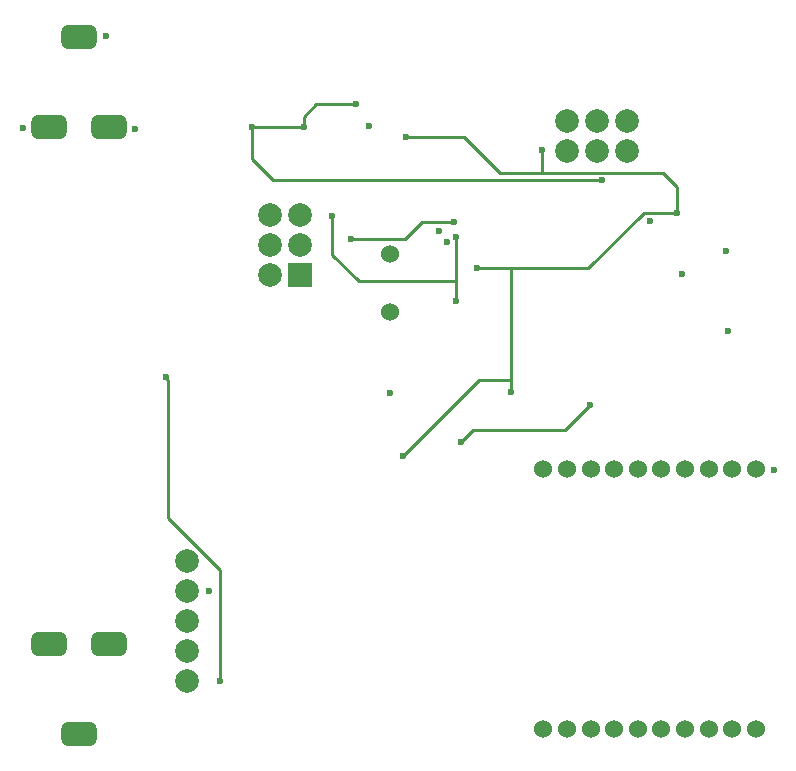
<source format=gbl>
G04*
G04 #@! TF.GenerationSoftware,Altium Limited,Altium Designer,19.1.5 (86)*
G04*
G04 Layer_Physical_Order=2*
G04 Layer_Color=16711680*
%FSLAX25Y25*%
%MOIN*%
G70*
G01*
G75*
%ADD10C,0.00984*%
%ADD53C,0.07874*%
%ADD54C,0.06000*%
%ADD55R,0.07874X0.07874*%
G04:AMPARAMS|DCode=56|XSize=78.74mil|YSize=118.11mil|CornerRadius=19.68mil|HoleSize=0mil|Usage=FLASHONLY|Rotation=270.000|XOffset=0mil|YOffset=0mil|HoleType=Round|Shape=RoundedRectangle|*
%AMROUNDEDRECTD56*
21,1,0.07874,0.07874,0,0,270.0*
21,1,0.03937,0.11811,0,0,270.0*
1,1,0.03937,-0.03937,-0.01968*
1,1,0.03937,-0.03937,0.01968*
1,1,0.03937,0.03937,0.01968*
1,1,0.03937,0.03937,-0.01968*
%
%ADD56ROUNDEDRECTD56*%
%ADD57C,0.02362*%
D10*
X418500Y385000D02*
Y393705D01*
X413779Y398425D02*
X418500Y393705D01*
X373425Y398425D02*
X413779D01*
X276772Y413772D02*
X294087D01*
X294094Y413779D01*
X298228Y421260D02*
X311614D01*
X294094Y417126D02*
X298228Y421260D01*
X294094Y413779D02*
Y417126D01*
X276772Y402953D02*
X283858Y395866D01*
X276772Y402953D02*
Y413772D01*
X328346Y410433D02*
X347529D01*
X328346D02*
X328543Y410630D01*
X328150Y410236D02*
X328346Y410433D01*
X283858Y395866D02*
X393701D01*
X248819Y283465D02*
Y329253D01*
X248228Y329844D02*
X248819Y329253D01*
X248228Y329844D02*
Y330217D01*
X248819Y283465D02*
X266339Y265945D01*
Y229134D02*
Y265945D01*
X350500Y312500D02*
X381161D01*
X389697Y321035D01*
X345000Y362205D02*
Y377000D01*
Y355500D02*
Y362205D01*
X303543Y371063D02*
Y384055D01*
Y371063D02*
X312402Y362205D01*
X345000D01*
X310039Y376181D02*
X327953D01*
X333661Y381890D01*
X344094D01*
X363189Y329331D02*
Y366500D01*
Y325197D02*
Y329331D01*
X327165Y303937D02*
X352559Y329331D01*
X363189D01*
Y366500D02*
X389000D01*
X352000D02*
X363189D01*
X359537Y398425D02*
X373425D01*
Y406102D01*
X347529Y410433D02*
X359537Y398425D01*
X346500Y308500D02*
X350500Y312500D01*
X389000Y366500D02*
X407500Y385000D01*
X418500D01*
D53*
X255118Y269055D02*
D03*
Y229055D02*
D03*
Y239055D02*
D03*
Y259055D02*
D03*
Y249055D02*
D03*
X392000Y405500D02*
D03*
X402000D02*
D03*
X382000D02*
D03*
Y415500D02*
D03*
X392000D02*
D03*
X402000D02*
D03*
X282874Y374410D02*
D03*
X292874D02*
D03*
X282874Y364409D02*
D03*
X292874Y384409D02*
D03*
X282874D02*
D03*
D54*
X437008Y213006D02*
D03*
X429134D02*
D03*
X444882D02*
D03*
X413386D02*
D03*
X421260D02*
D03*
X437008Y299606D02*
D03*
X429134D02*
D03*
X444882D02*
D03*
X413386D02*
D03*
X421260D02*
D03*
X397638Y213006D02*
D03*
X389764D02*
D03*
X405512D02*
D03*
X374016D02*
D03*
X381890D02*
D03*
X397638Y299606D02*
D03*
X389764D02*
D03*
X405512D02*
D03*
X374016D02*
D03*
X381890D02*
D03*
X323000Y352000D02*
D03*
Y371213D02*
D03*
D55*
X292874Y364409D02*
D03*
D56*
X219252Y443622D02*
D03*
X209252Y413622D02*
D03*
X229252D02*
D03*
Y241339D02*
D03*
X209252D02*
D03*
X219252Y211339D02*
D03*
D57*
X323031Y325000D02*
D03*
X450787Y299213D02*
D03*
X435433Y345669D02*
D03*
X434842Y372244D02*
D03*
X315748Y413976D02*
D03*
X200394Y413386D02*
D03*
X237795Y412992D02*
D03*
X228346Y443898D02*
D03*
X262402Y259055D02*
D03*
X420276Y364567D02*
D03*
X409449Y382283D02*
D03*
X341929Y375197D02*
D03*
X339370Y379134D02*
D03*
X328150Y410236D02*
D03*
X311614Y421260D02*
D03*
X393701Y395866D02*
D03*
X294094Y413779D02*
D03*
X276772Y413772D02*
D03*
X248228Y330217D02*
D03*
X266339Y229134D02*
D03*
X363189Y325197D02*
D03*
X303543Y384055D02*
D03*
X310039Y376181D02*
D03*
X344094Y381890D02*
D03*
X327165Y303937D02*
D03*
X373425Y406102D02*
D03*
X389697Y321035D02*
D03*
X346500Y308500D02*
D03*
X345000Y355500D02*
D03*
Y377000D02*
D03*
X352000Y366500D02*
D03*
X418500Y385000D02*
D03*
M02*

</source>
